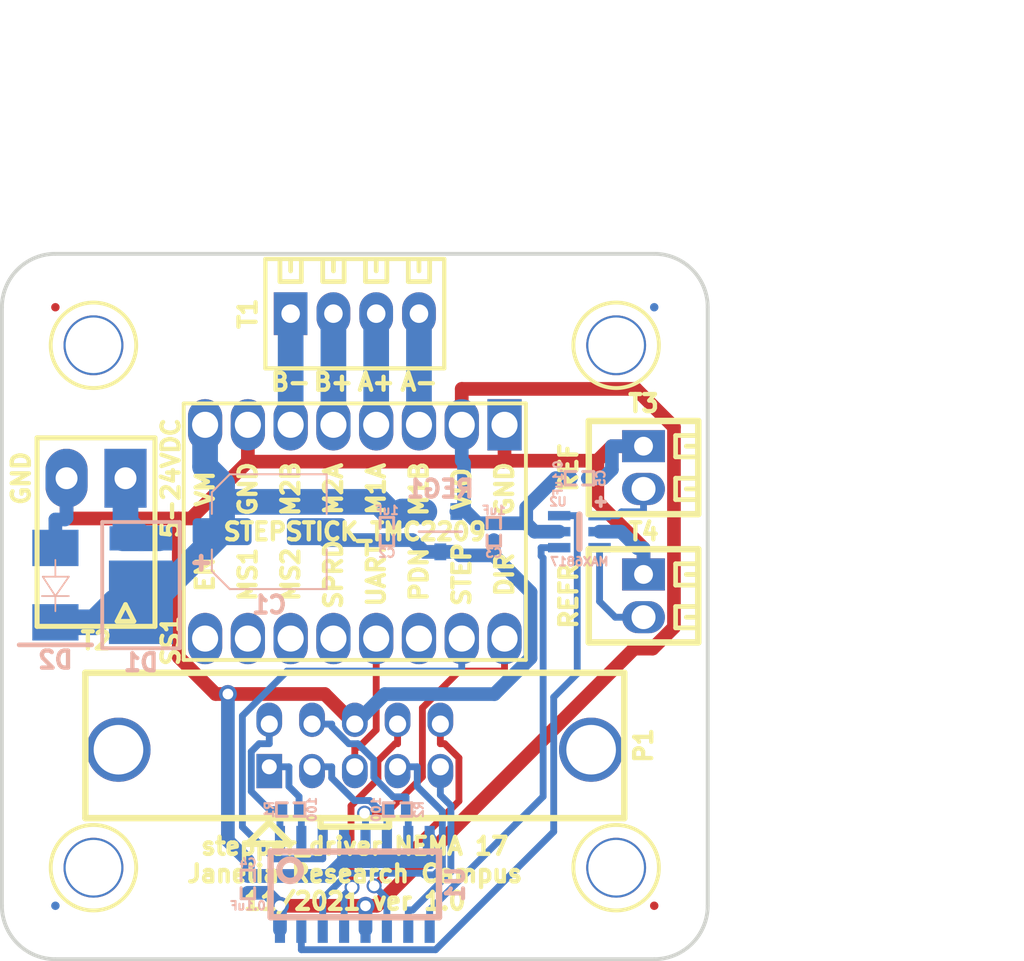
<source format=kicad_pcb>
(kicad_pcb (version 20171130) (host pcbnew 5.1.10)

  (general
    (thickness 1.6)
    (drawings 21)
    (tracks 228)
    (zones 0)
    (modules 26)
    (nets 24)
  )

  (page A4)
  (title_block
    (title stepper_driver)
    (rev 1.0)
    (company Janelia)
  )

  (layers
    (0 F.Cu signal)
    (31 B.Cu signal)
    (32 B.Adhes user hide)
    (33 F.Adhes user hide)
    (34 B.Paste user)
    (35 F.Paste user)
    (36 B.SilkS user)
    (37 F.SilkS user)
    (38 B.Mask user)
    (39 F.Mask user)
    (40 Dwgs.User user)
    (41 Cmts.User user hide)
    (42 Eco1.User user hide)
    (43 Eco2.User user hide)
    (44 Edge.Cuts user)
    (45 Margin user hide)
    (46 B.CrtYd user hide)
    (47 F.CrtYd user hide)
    (48 B.Fab user hide)
    (49 F.Fab user hide)
  )

  (setup
    (last_trace_width 0.4064)
    (trace_clearance 0.1016)
    (zone_clearance 0.2032)
    (zone_45_only no)
    (trace_min 0.2)
    (via_size 0.889)
    (via_drill 0.635)
    (via_min_size 0.4)
    (via_min_drill 0.3)
    (uvia_size 0.508)
    (uvia_drill 0.127)
    (uvias_allowed no)
    (uvia_min_size 0.2)
    (uvia_min_drill 0.1)
    (edge_width 0.05)
    (segment_width 0.2)
    (pcb_text_width 0.3)
    (pcb_text_size 1.5 1.5)
    (mod_edge_width 0.2794)
    (mod_text_size 1.016 1.016)
    (mod_text_width 0.254)
    (pad_size 1.524 1.524)
    (pad_drill 0.762)
    (pad_to_mask_clearance 0)
    (aux_axis_origin 139.7 88.9)
    (visible_elements FFFFF77F)
    (pcbplotparams
      (layerselection 0x000fc_ffffffff)
      (usegerberextensions true)
      (usegerberattributes true)
      (usegerberadvancedattributes true)
      (creategerberjobfile true)
      (excludeedgelayer true)
      (linewidth 0.100000)
      (plotframeref false)
      (viasonmask false)
      (mode 1)
      (useauxorigin false)
      (hpglpennumber 1)
      (hpglpenspeed 20)
      (hpglpendiameter 15.000000)
      (psnegative false)
      (psa4output false)
      (plotreference true)
      (plotvalue true)
      (plotinvisibletext false)
      (padsonsilk false)
      (subtractmaskfromsilk true)
      (outputformat 1)
      (mirror false)
      (drillshape 0)
      (scaleselection 1)
      (outputdirectory "./gerbers"))
  )

  (net 0 "")
  (net 1 /GND)
  (net 2 /A-)
  (net 3 /A+)
  (net 4 /B+)
  (net 5 /B-)
  (net 6 /VCC)
  (net 7 /VDD)
  (net 8 /VAA)
  (net 9 /STEP_A)
  (net 10 /STEP_B)
  (net 11 /DIR_A)
  (net 12 /DIR_B)
  (net 13 /UART)
  (net 14 /REF_A)
  (net 15 /REF_B)
  (net 16 /REFR_A)
  (net 17 /REFR_B)
  (net 18 /STEP)
  (net 19 /DIR)
  (net 20 /REF)
  (net 21 /REFR)
  (net 22 /REFR_D)
  (net 23 /REF_D)

  (net_class Default "This is the default net class."
    (clearance 0.1016)
    (trace_width 0.4064)
    (via_dia 0.889)
    (via_drill 0.635)
    (uvia_dia 0.508)
    (uvia_drill 0.127)
    (diff_pair_width 0.254)
    (diff_pair_gap 0.254)
  )

  (net_class GROUND ""
    (clearance 0.1016)
    (trace_width 0.8128)
    (via_dia 1.0668)
    (via_drill 0.635)
    (uvia_dia 0.508)
    (uvia_drill 0.127)
    (diff_pair_width 0.254)
    (diff_pair_gap 0.254)
    (add_net /GND)
  )

  (net_class POWER ""
    (clearance 0.1016)
    (trace_width 0.8128)
    (via_dia 1.0668)
    (via_drill 0.635)
    (uvia_dia 0.508)
    (uvia_drill 0.127)
    (diff_pair_width 0.254)
    (diff_pair_gap 0.254)
    (add_net /VDD)
  )

  (net_class SENSE ""
    (clearance 0.2032)
    (trace_width 0.8128)
    (via_dia 1.0668)
    (via_drill 0.635)
    (uvia_dia 0.508)
    (uvia_drill 0.127)
    (diff_pair_width 0.254)
    (diff_pair_gap 0.254)
  )

  (net_class SIGNAL ""
    (clearance 0.1016)
    (trace_width 0.4064)
    (via_dia 0.889)
    (via_drill 0.635)
    (uvia_dia 0.508)
    (uvia_drill 0.127)
    (diff_pair_width 0.254)
    (diff_pair_gap 0.254)
    (add_net /DIR)
    (add_net /DIR_A)
    (add_net /DIR_B)
    (add_net /REF)
    (add_net /REFR)
    (add_net /REFR_A)
    (add_net /REFR_B)
    (add_net /REFR_D)
    (add_net /REF_A)
    (add_net /REF_B)
    (add_net /REF_D)
    (add_net /STEP)
    (add_net /STEP_A)
    (add_net /STEP_B)
    (add_net /UART)
  )

  (net_class THICKPOWER ""
    (clearance 0.2032)
    (trace_width 1.524)
    (via_dia 1.524)
    (via_drill 0.635)
    (uvia_dia 0.508)
    (uvia_drill 0.127)
    (diff_pair_width 0.254)
    (diff_pair_gap 0.254)
    (add_net /A+)
    (add_net /A-)
    (add_net /B+)
    (add_net /B-)
    (add_net /VAA)
    (add_net /VCC)
  )

  (net_class THICKSIGNAL ""
    (clearance 0.2032)
    (trace_width 0.6096)
    (via_dia 0.9144)
    (via_drill 0.635)
    (uvia_dia 0.508)
    (uvia_drill 0.127)
    (diff_pair_width 0.254)
    (diff_pair_gap 0.254)
  )

  (module stepper_driver:TERM_BLK_4_PIN_0.1_PITCH (layer F.Cu) (tedit 6180401F) (tstamp 6171C3C1)
    (at 139.7 71.501)
    (path /6172AC1B)
    (fp_text reference T1 (at -6.35 0 90) (layer F.SilkS)
      (effects (font (size 1.016 1.016) (thickness 0.254)))
    )
    (fp_text value TERM_BLK_4_PIN (at 0 4.445) (layer F.SilkS) hide
      (effects (font (size 0.762 0.762) (thickness 0.1905)))
    )
    (fp_line (start 3.81 -2.54) (end 3.81 -3.175) (layer F.SilkS) (width 0.2794))
    (fp_line (start 1.27 -2.54) (end 1.27 -3.175) (layer F.SilkS) (width 0.2794))
    (fp_line (start -1.27 -2.54) (end -1.27 -3.175) (layer F.SilkS) (width 0.2794))
    (fp_line (start -3.81 -2.54) (end -3.81 -3.175) (layer F.SilkS) (width 0.2794))
    (fp_line (start 4.445 -1.905) (end 4.445 -3.175) (layer F.SilkS) (width 0.2794))
    (fp_line (start 3.175 -1.905) (end 4.445 -1.905) (layer F.SilkS) (width 0.2794))
    (fp_line (start 3.175 -3.175) (end 3.175 -1.905) (layer F.SilkS) (width 0.2794))
    (fp_line (start 1.905 -1.905) (end 1.905 -3.175) (layer F.SilkS) (width 0.2794))
    (fp_line (start 0.635 -1.905) (end 1.905 -1.905) (layer F.SilkS) (width 0.2794))
    (fp_line (start 0.635 -3.175) (end 0.635 -1.905) (layer F.SilkS) (width 0.2794))
    (fp_line (start -0.635 -1.905) (end -0.635 -3.175) (layer F.SilkS) (width 0.2794))
    (fp_line (start -1.905 -1.905) (end -0.635 -1.905) (layer F.SilkS) (width 0.2794))
    (fp_line (start -1.905 -3.175) (end -1.905 -1.905) (layer F.SilkS) (width 0.2794))
    (fp_line (start -3.175 -1.905) (end -3.175 -3.175) (layer F.SilkS) (width 0.2794))
    (fp_line (start -4.445 -1.905) (end -3.175 -1.905) (layer F.SilkS) (width 0.2794))
    (fp_line (start -4.445 -3.175) (end -4.445 -1.905) (layer F.SilkS) (width 0.2794))
    (fp_line (start -5.31 -3.25) (end -5.31 3.25) (layer F.SilkS) (width 0.25))
    (fp_line (start -5.31 3.25) (end 5.31 3.25) (layer F.SilkS) (width 0.25))
    (fp_line (start 5.31 -3.25) (end 5.31 3.25) (layer F.SilkS) (width 0.25))
    (fp_line (start -5.31 -3.25) (end 5.31 -3.25) (layer F.SilkS) (width 0.25))
    (pad 4 thru_hole oval (at 3.81 0) (size 2 2.54) (drill 1.1) (layers *.Cu *.Mask)
      (net 2 /A-))
    (pad 3 thru_hole oval (at 1.27 0) (size 2 2.54) (drill 1.1) (layers *.Cu *.Mask)
      (net 3 /A+))
    (pad 2 thru_hole oval (at -1.27 0) (size 2 2.54) (drill 1.1) (layers *.Cu *.Mask)
      (net 4 /B+))
    (pad 1 thru_hole rect (at -3.81 0) (size 2 2.54) (drill 1.1) (layers *.Cu *.Mask)
      (net 5 /B-))
  )

  (module stepper_driver:TERM_BLK_2_PIN_0.1_PITCH (layer F.Cu) (tedit 61803EE4) (tstamp 6178535F)
    (at 156.845 80.645 270)
    (path /61792CC9)
    (fp_text reference T3 (at -3.81 0) (layer F.SilkS)
      (effects (font (size 1.016 1.016) (thickness 0.254)))
    )
    (fp_text value TERM_BLK_2_PIN (at 0 4.445 270) (layer F.SilkS) hide
      (effects (font (size 0.762 0.762) (thickness 0.1905)))
    )
    (fp_line (start -1.27 -2.54) (end -1.27 -3.175) (layer F.SilkS) (width 0.2794))
    (fp_line (start 1.27 -2.54) (end 1.27 -3.175) (layer F.SilkS) (width 0.2794))
    (fp_line (start 1.905 -1.905) (end 1.905 -3.175) (layer F.SilkS) (width 0.2794))
    (fp_line (start 0.635 -1.905) (end 1.905 -1.905) (layer F.SilkS) (width 0.2794))
    (fp_line (start 0.635 -3.175) (end 0.635 -1.905) (layer F.SilkS) (width 0.2794))
    (fp_line (start -0.635 -1.905) (end -0.635 -3.175) (layer F.SilkS) (width 0.2794))
    (fp_line (start -1.905 -1.905) (end -0.635 -1.905) (layer F.SilkS) (width 0.2794))
    (fp_line (start -1.905 -3.175) (end -1.905 -1.905) (layer F.SilkS) (width 0.2794))
    (fp_line (start -2.7686 -3.2512) (end -2.7686 3.2512) (layer F.SilkS) (width 0.381))
    (fp_line (start -2.7686 3.2512) (end 2.7686 3.2512) (layer F.SilkS) (width 0.381))
    (fp_line (start 2.7686 -3.2512) (end 2.7686 3.2512) (layer F.SilkS) (width 0.381))
    (fp_line (start -2.7686 -3.2512) (end 2.7686 -3.2512) (layer F.SilkS) (width 0.381))
    (pad 2 thru_hole oval (at 1.27 0 270) (size 1.905 2.54) (drill 1.4224) (layers *.Cu *.Mask)
      (net 20 /REF))
    (pad 1 thru_hole rect (at -1.27 0 270) (size 1.905 2.54) (drill 1.1176) (layers *.Cu *.Mask)
      (net 1 /GND))
  )

  (module stepper_driver:TERM_BLK_2_PIN_0.1_PITCH (layer F.Cu) (tedit 61803EE4) (tstamp 61785369)
    (at 156.845 88.265 270)
    (path /61794B89)
    (fp_text reference T4 (at -3.81 0) (layer F.SilkS)
      (effects (font (size 1.016 1.016) (thickness 0.254)))
    )
    (fp_text value TERM_BLK_2_PIN (at 0 4.445 270) (layer F.SilkS) hide
      (effects (font (size 0.762 0.762) (thickness 0.1905)))
    )
    (fp_line (start -1.27 -2.54) (end -1.27 -3.175) (layer F.SilkS) (width 0.2794))
    (fp_line (start 1.27 -2.54) (end 1.27 -3.175) (layer F.SilkS) (width 0.2794))
    (fp_line (start 1.905 -1.905) (end 1.905 -3.175) (layer F.SilkS) (width 0.2794))
    (fp_line (start 0.635 -1.905) (end 1.905 -1.905) (layer F.SilkS) (width 0.2794))
    (fp_line (start 0.635 -3.175) (end 0.635 -1.905) (layer F.SilkS) (width 0.2794))
    (fp_line (start -0.635 -1.905) (end -0.635 -3.175) (layer F.SilkS) (width 0.2794))
    (fp_line (start -1.905 -1.905) (end -0.635 -1.905) (layer F.SilkS) (width 0.2794))
    (fp_line (start -1.905 -3.175) (end -1.905 -1.905) (layer F.SilkS) (width 0.2794))
    (fp_line (start -2.7686 -3.2512) (end -2.7686 3.2512) (layer F.SilkS) (width 0.381))
    (fp_line (start -2.7686 3.2512) (end 2.7686 3.2512) (layer F.SilkS) (width 0.381))
    (fp_line (start 2.7686 -3.2512) (end 2.7686 3.2512) (layer F.SilkS) (width 0.381))
    (fp_line (start -2.7686 -3.2512) (end 2.7686 -3.2512) (layer F.SilkS) (width 0.381))
    (pad 2 thru_hole oval (at 1.27 0 270) (size 1.905 2.54) (drill 1.4224) (layers *.Cu *.Mask)
      (net 21 /REFR))
    (pad 1 thru_hole rect (at -1.27 0 270) (size 1.905 2.54) (drill 1.1176) (layers *.Cu *.Mask)
      (net 1 /GND))
  )

  (module stepper_driver:SOIC_16_0.154IN (layer B.Cu) (tedit 61803D89) (tstamp 617C48A3)
    (at 139.7 105.41 270)
    (path /617DCD13)
    (fp_text reference U1 (at 0 -5.969 90) (layer B.SilkS)
      (effects (font (size 1.016 1.016) (thickness 0.254)) (justify mirror))
    )
    (fp_text value SN65LVDM050QDRQ1 (at 0 0.635 180) (layer B.SilkS) hide
      (effects (font (size 1.016 1.016) (thickness 0.254)) (justify mirror))
    )
    (fp_line (start 1.95 5) (end -1.95 5) (layer B.SilkS) (width 0.381))
    (fp_line (start 1.95 -5) (end 1.95 5) (layer B.SilkS) (width 0.381))
    (fp_line (start -1.95 -5) (end 1.95 -5) (layer B.SilkS) (width 0.381))
    (fp_line (start -1.95 5) (end -1.95 -5) (layer B.SilkS) (width 0.381))
    (fp_circle (center -0.84 3.845) (end -0.84 4.48) (layer B.SilkS) (width 0.381))
    (pad 16 smd rect (at 2.7 4.445 270) (size 1.55 0.6) (layers B.Cu B.Paste B.Mask)
      (net 7 /VDD) (solder_mask_margin 0.07) (clearance 0.07))
    (pad 15 smd rect (at 2.7 3.175 270) (size 1.55 0.6) (layers B.Cu B.Paste B.Mask)
      (net 23 /REF_D) (solder_mask_margin 0.07) (clearance 0.07))
    (pad 14 smd rect (at 2.7 1.905 270) (size 1.55 0.6) (layers B.Cu B.Paste B.Mask)
      (net 14 /REF_A) (solder_mask_margin 0.07) (clearance 0.07))
    (pad 13 smd rect (at 2.7 0.635 270) (size 1.55 0.6) (layers B.Cu B.Paste B.Mask)
      (net 15 /REF_B) (solder_mask_margin 0.07) (clearance 0.07))
    (pad 12 smd rect (at 2.7 -0.635 270) (size 1.55 0.6) (layers B.Cu B.Paste B.Mask)
      (net 7 /VDD) (solder_mask_margin 0.07) (clearance 0.07))
    (pad 11 smd rect (at 2.7 -1.905 270) (size 1.55 0.6) (layers B.Cu B.Paste B.Mask)
      (net 17 /REFR_B) (solder_mask_margin 0.07) (clearance 0.07))
    (pad 10 smd rect (at 2.7 -3.175 270) (size 1.55 0.6) (layers B.Cu B.Paste B.Mask)
      (net 16 /REFR_A) (solder_mask_margin 0.07) (clearance 0.07))
    (pad 9 smd rect (at 2.7 -4.445 270) (size 1.55 0.6) (layers B.Cu B.Paste B.Mask)
      (net 22 /REFR_D) (solder_mask_margin 0.07) (clearance 0.07))
    (pad 8 smd rect (at -2.7 -4.445 270) (size 1.55 0.6) (layers B.Cu B.Paste B.Mask)
      (net 1 /GND) (solder_mask_margin 0.07) (clearance 0.07))
    (pad 7 smd rect (at -2.7 -3.175 270) (size 1.55 0.6) (layers B.Cu B.Paste B.Mask)
      (net 12 /DIR_B) (solder_mask_margin 0.07) (clearance 0.07))
    (pad 6 smd rect (at -2.7 -1.905 270) (size 1.55 0.6) (layers B.Cu B.Paste B.Mask)
      (net 11 /DIR_A) (solder_mask_margin 0.07) (clearance 0.07))
    (pad 5 smd rect (at -2.7 -0.635 270) (size 1.55 0.6) (layers B.Cu B.Paste B.Mask)
      (net 19 /DIR) (solder_mask_margin 0.07) (clearance 0.07))
    (pad 4 smd rect (at -2.7 0.635 270) (size 1.55 0.6) (layers B.Cu B.Paste B.Mask)
      (net 1 /GND) (solder_mask_margin 0.07) (clearance 0.07))
    (pad 3 smd rect (at -2.7 1.905 270) (size 1.55 0.6) (layers B.Cu B.Paste B.Mask)
      (net 18 /STEP) (solder_mask_margin 0.07) (clearance 0.07))
    (pad 2 smd rect (at -2.7 3.175 270) (size 1.55 0.6) (layers B.Cu B.Paste B.Mask)
      (net 9 /STEP_A) (solder_mask_margin 0.07) (clearance 0.07))
    (pad 1 smd rect (at -2.7 4.445 270) (size 1.55 0.6) (layers B.Cu B.Paste B.Mask)
      (net 10 /STEP_B) (solder_mask_margin 0.07) (clearance 0.07))
  )

  (module stepper_driver:SM0402 (layer B.Cu) (tedit 61803D1B) (tstamp 617C4809)
    (at 141.605 84.455 180)
    (tags "CMS SM")
    (path /617B98A7)
    (attr smd)
    (fp_text reference C2 (at 0 -1.27 180) (layer B.SilkS)
      (effects (font (size 0.508 0.508) (thickness 0.127)) (justify mirror))
    )
    (fp_text value 1uF (at 0 1.27 180) (layer B.SilkS)
      (effects (font (size 0.508 0.508) (thickness 0.127)) (justify mirror))
    )
    (fp_line (start -0.4 -0.85) (end -0.4 -0.2) (layer B.SilkS) (width 0.1778))
    (fp_line (start 0.4 -0.85) (end -0.4 -0.85) (layer B.SilkS) (width 0.1778))
    (fp_line (start 0.4 -0.2) (end 0.4 -0.85) (layer B.SilkS) (width 0.1778))
    (fp_line (start -0.4 0.85) (end -0.4 0.2) (layer B.SilkS) (width 0.1778))
    (fp_line (start 0.4 0.85) (end -0.4 0.85) (layer B.SilkS) (width 0.1778))
    (fp_line (start 0.4 0.2) (end 0.4 0.85) (layer B.SilkS) (width 0.1778))
    (pad 2 smd rect (at 0 -0.5 270) (size 0.6 0.7) (layers B.Cu B.Paste B.Mask)
      (net 1 /GND))
    (pad 1 smd rect (at 0 0.5 270) (size 0.6 0.7) (layers B.Cu B.Paste B.Mask)
      (net 6 /VCC))
    (model smd/chip_cms.wrl
      (at (xyz 0 0 0))
      (scale (xyz 0.17 0.2 0.17))
      (rotate (xyz 0 0 0))
    )
  )

  (module stepper_driver:SM0402 (layer B.Cu) (tedit 61803D1B) (tstamp 617C4815)
    (at 147.955 84.455 180)
    (tags "CMS SM")
    (path /617BE7B5)
    (attr smd)
    (fp_text reference C3 (at 0 -1.27 180) (layer B.SilkS)
      (effects (font (size 0.508 0.508) (thickness 0.127)) (justify mirror))
    )
    (fp_text value 1uF (at 0 1.27 180) (layer B.SilkS)
      (effects (font (size 0.508 0.508) (thickness 0.127)) (justify mirror))
    )
    (fp_line (start -0.4 -0.85) (end -0.4 -0.2) (layer B.SilkS) (width 0.1778))
    (fp_line (start 0.4 -0.85) (end -0.4 -0.85) (layer B.SilkS) (width 0.1778))
    (fp_line (start 0.4 -0.2) (end 0.4 -0.85) (layer B.SilkS) (width 0.1778))
    (fp_line (start -0.4 0.85) (end -0.4 0.2) (layer B.SilkS) (width 0.1778))
    (fp_line (start 0.4 0.85) (end -0.4 0.85) (layer B.SilkS) (width 0.1778))
    (fp_line (start 0.4 0.2) (end 0.4 0.85) (layer B.SilkS) (width 0.1778))
    (pad 2 smd rect (at 0 -0.5 270) (size 0.6 0.7) (layers B.Cu B.Paste B.Mask)
      (net 1 /GND))
    (pad 1 smd rect (at 0 0.5 270) (size 0.6 0.7) (layers B.Cu B.Paste B.Mask)
      (net 7 /VDD))
    (model smd/chip_cms.wrl
      (at (xyz 0 0 0))
      (scale (xyz 0.17 0.2 0.17))
      (rotate (xyz 0 0 0))
    )
  )

  (module stepper_driver:SM0402 (layer B.Cu) (tedit 61803D1B) (tstamp 617C4821)
    (at 133.35 105.41)
    (tags "CMS SM")
    (path /6180188E)
    (attr smd)
    (fp_text reference C4 (at 0 -1.27 -180) (layer B.SilkS)
      (effects (font (size 0.508 0.508) (thickness 0.127)) (justify mirror))
    )
    (fp_text value 0.1uF (at 0 1.27 -180) (layer B.SilkS)
      (effects (font (size 0.508 0.508) (thickness 0.127)) (justify mirror))
    )
    (fp_line (start -0.4 -0.85) (end -0.4 -0.2) (layer B.SilkS) (width 0.1778))
    (fp_line (start 0.4 -0.85) (end -0.4 -0.85) (layer B.SilkS) (width 0.1778))
    (fp_line (start 0.4 -0.2) (end 0.4 -0.85) (layer B.SilkS) (width 0.1778))
    (fp_line (start -0.4 0.85) (end -0.4 0.2) (layer B.SilkS) (width 0.1778))
    (fp_line (start 0.4 0.85) (end -0.4 0.85) (layer B.SilkS) (width 0.1778))
    (fp_line (start 0.4 0.2) (end 0.4 0.85) (layer B.SilkS) (width 0.1778))
    (pad 2 smd rect (at 0 -0.5 90) (size 0.6 0.7) (layers B.Cu B.Paste B.Mask)
      (net 1 /GND))
    (pad 1 smd rect (at 0 0.5 90) (size 0.6 0.7) (layers B.Cu B.Paste B.Mask)
      (net 7 /VDD))
    (model smd/chip_cms.wrl
      (at (xyz 0 0 0))
      (scale (xyz 0.17 0.2 0.17))
      (rotate (xyz 0 0 0))
    )
  )

  (module stepper_driver:SM0402 (layer B.Cu) (tedit 61803D1B) (tstamp 617C482D)
    (at 153.035 81.28 270)
    (tags "CMS SM")
    (path /6180D67F)
    (attr smd)
    (fp_text reference C5 (at 0 -1.27 270) (layer B.SilkS)
      (effects (font (size 0.508 0.508) (thickness 0.127)) (justify mirror))
    )
    (fp_text value 0.1uF (at 0 1.27 270) (layer B.SilkS)
      (effects (font (size 0.508 0.508) (thickness 0.127)) (justify mirror))
    )
    (fp_line (start -0.4 -0.85) (end -0.4 -0.2) (layer B.SilkS) (width 0.1778))
    (fp_line (start 0.4 -0.85) (end -0.4 -0.85) (layer B.SilkS) (width 0.1778))
    (fp_line (start 0.4 -0.2) (end 0.4 -0.85) (layer B.SilkS) (width 0.1778))
    (fp_line (start -0.4 0.85) (end -0.4 0.2) (layer B.SilkS) (width 0.1778))
    (fp_line (start 0.4 0.85) (end -0.4 0.85) (layer B.SilkS) (width 0.1778))
    (fp_line (start 0.4 0.2) (end 0.4 0.85) (layer B.SilkS) (width 0.1778))
    (pad 2 smd rect (at 0 -0.5) (size 0.6 0.7) (layers B.Cu B.Paste B.Mask)
      (net 1 /GND))
    (pad 1 smd rect (at 0 0.5) (size 0.6 0.7) (layers B.Cu B.Paste B.Mask)
      (net 7 /VDD))
    (model smd/chip_cms.wrl
      (at (xyz 0 0 0))
      (scale (xyz 0.17 0.2 0.17))
      (rotate (xyz 0 0 0))
    )
  )

  (module stepper_driver:SM0402 (layer B.Cu) (tedit 61803D1B) (tstamp 617C4876)
    (at 135.89 100.965 90)
    (tags "CMS SM")
    (path /617E8109)
    (attr smd)
    (fp_text reference R1 (at 0 -1.27 -90) (layer B.SilkS)
      (effects (font (size 0.508 0.508) (thickness 0.127)) (justify mirror))
    )
    (fp_text value 100 (at 0 1.27 -90) (layer B.SilkS)
      (effects (font (size 0.508 0.508) (thickness 0.127)) (justify mirror))
    )
    (fp_line (start -0.4 -0.85) (end -0.4 -0.2) (layer B.SilkS) (width 0.1778))
    (fp_line (start 0.4 -0.85) (end -0.4 -0.85) (layer B.SilkS) (width 0.1778))
    (fp_line (start 0.4 -0.2) (end 0.4 -0.85) (layer B.SilkS) (width 0.1778))
    (fp_line (start -0.4 0.85) (end -0.4 0.2) (layer B.SilkS) (width 0.1778))
    (fp_line (start 0.4 0.85) (end -0.4 0.85) (layer B.SilkS) (width 0.1778))
    (fp_line (start 0.4 0.2) (end 0.4 0.85) (layer B.SilkS) (width 0.1778))
    (pad 2 smd rect (at 0 -0.5 180) (size 0.6 0.7) (layers B.Cu B.Paste B.Mask)
      (net 10 /STEP_B))
    (pad 1 smd rect (at 0 0.5 180) (size 0.6 0.7) (layers B.Cu B.Paste B.Mask)
      (net 9 /STEP_A))
    (model smd/chip_cms.wrl
      (at (xyz 0 0 0))
      (scale (xyz 0.17 0.2 0.17))
      (rotate (xyz 0 0 0))
    )
  )

  (module stepper_driver:SM0402 (layer B.Cu) (tedit 61803D1B) (tstamp 617C4882)
    (at 142.24 100.965 270)
    (tags "CMS SM")
    (path /617ED31B)
    (attr smd)
    (fp_text reference R2 (at 0 -1.27 270) (layer B.SilkS)
      (effects (font (size 0.508 0.508) (thickness 0.127)) (justify mirror))
    )
    (fp_text value 100 (at 0 1.27 270) (layer B.SilkS)
      (effects (font (size 0.508 0.508) (thickness 0.127)) (justify mirror))
    )
    (fp_line (start -0.4 -0.85) (end -0.4 -0.2) (layer B.SilkS) (width 0.1778))
    (fp_line (start 0.4 -0.85) (end -0.4 -0.85) (layer B.SilkS) (width 0.1778))
    (fp_line (start 0.4 -0.2) (end 0.4 -0.85) (layer B.SilkS) (width 0.1778))
    (fp_line (start -0.4 0.85) (end -0.4 0.2) (layer B.SilkS) (width 0.1778))
    (fp_line (start 0.4 0.85) (end -0.4 0.85) (layer B.SilkS) (width 0.1778))
    (fp_line (start 0.4 0.2) (end 0.4 0.85) (layer B.SilkS) (width 0.1778))
    (pad 2 smd rect (at 0 -0.5) (size 0.6 0.7) (layers B.Cu B.Paste B.Mask)
      (net 12 /DIR_B))
    (pad 1 smd rect (at 0 0.5) (size 0.6 0.7) (layers B.Cu B.Paste B.Mask)
      (net 11 /DIR_A))
    (model smd/chip_cms.wrl
      (at (xyz 0 0 0))
      (scale (xyz 0.17 0.2 0.17))
      (rotate (xyz 0 0 0))
    )
  )

  (module stepper_driver:HEADER_02x05_LATCH (layer F.Cu) (tedit 61803C0B) (tstamp 617C486A)
    (at 139.7 97.155 180)
    (path /617CC4ED)
    (fp_text reference P1 (at -17.145 0 90) (layer F.SilkS)
      (effects (font (size 1.016 1.016) (thickness 0.254)))
    )
    (fp_text value HEADER_02X05_LATCH (at 0 5.715 180) (layer F.SilkS) hide
      (effects (font (size 1.016 1.016) (thickness 0.254)))
    )
    (fp_line (start 16.002 -4.318) (end -16.002 -4.318) (layer F.SilkS) (width 0.381))
    (fp_line (start -16.002 -4.318) (end -16.002 4.318) (layer F.SilkS) (width 0.381))
    (fp_line (start -16.002 4.318) (end 16.002 4.318) (layer F.SilkS) (width 0.381))
    (fp_line (start 16.002 -4.318) (end 16.002 4.318) (layer F.SilkS) (width 0.381))
    (fp_line (start 5.08 -4.572) (end 6.35 -5.842) (layer F.SilkS) (width 0.381))
    (fp_line (start 6.35 -5.842) (end 3.81 -5.842) (layer F.SilkS) (width 0.381))
    (fp_line (start 3.81 -5.842) (end 5.08 -4.572) (layer F.SilkS) (width 0.381))
    (fp_line (start -2.032 -4.318) (end -2.032 -4.826) (layer F.SilkS) (width 0.381))
    (fp_line (start -2.032 -4.826) (end 2.032 -4.826) (layer F.SilkS) (width 0.381))
    (fp_line (start 2.032 -4.826) (end 2.032 -4.318) (layer F.SilkS) (width 0.381))
    (pad "" thru_hole circle (at -14.0335 -0.254 180) (size 3.81 3.81) (drill 2.9464) (layers *.Cu *.Mask))
    (pad "" thru_hole circle (at 14.0335 -0.254 180) (size 3.81 3.81) (drill 2.9464) (layers *.Cu *.Mask))
    (pad 10 thru_hole oval (at -5.08 1.27 180) (size 1.524 2.032) (drill 1.016 (offset 0 0.254)) (layers *.Cu *.Mask)
      (net 17 /REFR_B))
    (pad 9 thru_hole oval (at -5.08 -1.27 180) (size 1.524 2.032) (drill 1.016 (offset 0 -0.254)) (layers *.Cu *.Mask)
      (net 16 /REFR_A))
    (pad 8 thru_hole oval (at -2.54 1.27 180) (size 1.524 2.032) (drill 1.016 (offset 0 0.254)) (layers *.Cu *.Mask)
      (net 15 /REF_B))
    (pad 7 thru_hole oval (at -2.54 -1.27 180) (size 1.524 2.032) (drill 1.016 (offset 0 -0.254)) (layers *.Cu *.Mask)
      (net 14 /REF_A))
    (pad 6 thru_hole oval (at 0 1.27 180) (size 1.524 2.032) (drill 1.016 (offset 0 0.254)) (layers *.Cu *.Mask)
      (net 1 /GND))
    (pad 5 thru_hole oval (at 0 -1.27 180) (size 1.524 2.032) (drill 1.016 (offset 0 -0.254)) (layers *.Cu *.Mask)
      (net 13 /UART))
    (pad 4 thru_hole oval (at 2.54 1.27 180) (size 1.524 2.032) (drill 1.016 (offset 0 0.254)) (layers *.Cu *.Mask)
      (net 12 /DIR_B))
    (pad 3 thru_hole oval (at 2.54 -1.27 180) (size 1.524 2.032) (drill 1.016 (offset 0 -0.254)) (layers *.Cu *.Mask)
      (net 11 /DIR_A))
    (pad 2 thru_hole oval (at 5.08 1.27 180) (size 1.524 2.032) (drill 1.016 (offset 0 0.254)) (layers *.Cu *.Mask)
      (net 10 /STEP_B))
    (pad 1 thru_hole rect (at 5.08 -1.27 180) (size 1.524 2.032) (drill 0.889 (offset 0 -0.254)) (layers *.Cu *.Mask)
      (net 9 /STEP_A))
  )

  (module stepper_driver:D_SMB_LITTELFUSE (layer B.Cu) (tedit 61803B5D) (tstamp 617C4850)
    (at 121.92 87.63 90)
    (descr "Diode SMB (DO-214AA)")
    (tags "Diode SMB (DO-214AA)")
    (path /617A4BE6)
    (attr smd)
    (fp_text reference D2 (at -4.445 0 180) (layer B.SilkS)
      (effects (font (size 1.016 1.016) (thickness 0.254)) (justify mirror))
    )
    (fp_text value DIODE_TVS_ZENER_28V (at 0 -3.1 90) (layer B.Fab)
      (effects (font (size 1 1) (thickness 0.15)) (justify mirror))
    )
    (fp_line (start -0.64944 -0.00102) (end 0.50118 0.79908) (layer B.SilkS) (width 0.1))
    (fp_line (start -0.64944 -0.00102) (end 0.50118 -0.75032) (layer B.SilkS) (width 0.1))
    (fp_line (start 0.50118 -0.75032) (end 0.50118 0.79908) (layer B.SilkS) (width 0.1))
    (fp_line (start -0.64944 0.79908) (end -0.64944 -0.80112) (layer B.SilkS) (width 0.1))
    (fp_line (start 0.50118 -0.00102) (end 1.4994 -0.00102) (layer B.SilkS) (width 0.1))
    (fp_line (start -0.64944 -0.00102) (end -1.55114 -0.00102) (layer B.SilkS) (width 0.1))
    (fp_line (start -3.65 -2.25) (end -3.65 2.25) (layer B.CrtYd) (width 0.05))
    (fp_line (start 3.65 -2.25) (end -3.65 -2.25) (layer B.CrtYd) (width 0.05))
    (fp_line (start 3.65 2.25) (end 3.65 -2.25) (layer B.CrtYd) (width 0.05))
    (fp_line (start -3.65 2.25) (end 3.65 2.25) (layer B.CrtYd) (width 0.05))
    (fp_line (start 2.3 2) (end -2.3 2) (layer B.Fab) (width 0.1))
    (fp_line (start 2.3 2) (end 2.3 -2) (layer B.Fab) (width 0.1))
    (fp_line (start -2.3 -2) (end -2.3 2) (layer B.Fab) (width 0.1))
    (fp_line (start 2.3 -2) (end -2.3 -2) (layer B.Fab) (width 0.1))
    (fp_line (start -3.55 2.15) (end -3.55 -2.15) (layer B.SilkS) (width 0.2794))
    (fp_text user %R (at 0 3 90) (layer B.Fab)
      (effects (font (size 1 1) (thickness 0.15)) (justify mirror))
    )
    (pad 2 smd rect (at 2.21 0 90) (size 2.159 2.743) (layers B.Cu B.Paste B.Mask)
      (net 1 /GND))
    (pad 1 smd rect (at -2.21 0 90) (size 2.159 2.742999) (layers B.Cu B.Paste B.Mask)
      (net 6 /VCC))
    (model ${KISYS3DMOD}/Diode_SMD.3dshapes/D_SMB.wrl
      (at (xyz 0 0 0))
      (scale (xyz 1 1 1))
      (rotate (xyz 0 0 0))
    )
  )

  (module stepper_driver:CP_Elec_6.3x7.7_WURTH (layer B.Cu) (tedit 618039F3) (tstamp 617C47FD)
    (at 134.62 84.455)
    (descr "SMD capacitor, aluminum electrolytic, Nichicon, 6.3x7.7mm")
    (tags "capacitor electrolytic")
    (path /617A9522)
    (attr smd)
    (fp_text reference C1 (at 0 4.35) (layer B.SilkS)
      (effects (font (size 1.016 1.016) (thickness 0.254)) (justify mirror))
    )
    (fp_text value 100uF_POL (at 0 -4.35) (layer B.Fab)
      (effects (font (size 1 1) (thickness 0.15)) (justify mirror))
    )
    (fp_line (start -4.7 -1.05) (end -3.55 -1.05) (layer B.CrtYd) (width 0.05))
    (fp_line (start -4.7 1.05) (end -4.7 -1.05) (layer B.CrtYd) (width 0.05))
    (fp_line (start -3.55 1.05) (end -4.7 1.05) (layer B.CrtYd) (width 0.05))
    (fp_line (start -3.55 -1.05) (end -3.55 -2.4) (layer B.CrtYd) (width 0.05))
    (fp_line (start -3.55 2.4) (end -3.55 1.05) (layer B.CrtYd) (width 0.05))
    (fp_line (start -3.55 2.4) (end -2.4 3.55) (layer B.CrtYd) (width 0.05))
    (fp_line (start -3.55 -2.4) (end -2.4 -3.55) (layer B.CrtYd) (width 0.05))
    (fp_line (start -2.4 3.55) (end 3.55 3.55) (layer B.CrtYd) (width 0.05))
    (fp_line (start -2.4 -3.55) (end 3.55 -3.55) (layer B.CrtYd) (width 0.05))
    (fp_line (start 3.55 -1.05) (end 3.55 -3.55) (layer B.CrtYd) (width 0.05))
    (fp_line (start 4.7 -1.05) (end 3.55 -1.05) (layer B.CrtYd) (width 0.05))
    (fp_line (start 4.7 1.05) (end 4.7 -1.05) (layer B.CrtYd) (width 0.05))
    (fp_line (start 3.55 1.05) (end 4.7 1.05) (layer B.CrtYd) (width 0.05))
    (fp_line (start 3.55 3.55) (end 3.55 1.05) (layer B.CrtYd) (width 0.05))
    (fp_line (start -4.04375 2.24125) (end -4.04375 1.45375) (layer B.SilkS) (width 0.2794))
    (fp_line (start -4.4375 1.8475) (end -3.65 1.8475) (layer B.SilkS) (width 0.2794))
    (fp_line (start -3.41 -2.345563) (end -2.345563 -3.41) (layer B.SilkS) (width 0.12))
    (fp_line (start -3.41 2.345563) (end -2.345563 3.41) (layer B.SilkS) (width 0.12))
    (fp_line (start -3.41 2.345563) (end -3.41 1.06) (layer B.SilkS) (width 0.12))
    (fp_line (start -3.41 -2.345563) (end -3.41 -1.06) (layer B.SilkS) (width 0.12))
    (fp_line (start -2.345563 -3.41) (end 3.41 -3.41) (layer B.SilkS) (width 0.12))
    (fp_line (start -2.345563 3.41) (end 3.41 3.41) (layer B.SilkS) (width 0.12))
    (fp_line (start 3.41 3.41) (end 3.41 1.06) (layer B.SilkS) (width 0.12))
    (fp_line (start 3.41 -3.41) (end 3.41 -1.06) (layer B.SilkS) (width 0.12))
    (fp_line (start -2.389838 1.645) (end -2.389838 1.015) (layer B.Fab) (width 0.1))
    (fp_line (start -2.704838 1.33) (end -2.074838 1.33) (layer B.Fab) (width 0.1))
    (fp_line (start -3.3 -2.3) (end -2.3 -3.3) (layer B.Fab) (width 0.1))
    (fp_line (start -3.3 2.3) (end -2.3 3.3) (layer B.Fab) (width 0.1))
    (fp_line (start -3.3 2.3) (end -3.3 -2.3) (layer B.Fab) (width 0.1))
    (fp_line (start -2.3 -3.3) (end 3.3 -3.3) (layer B.Fab) (width 0.1))
    (fp_line (start -2.3 3.3) (end 3.3 3.3) (layer B.Fab) (width 0.1))
    (fp_line (start 3.3 3.3) (end 3.3 -3.3) (layer B.Fab) (width 0.1))
    (fp_circle (center 0 0) (end 3.15 0) (layer B.Fab) (width 0.1))
    (fp_text user %R (at 0 0) (layer B.Fab)
      (effects (font (size 1 1) (thickness 0.15)) (justify mirror))
    )
    (pad 2 smd roundrect (at 2.8 0) (size 3.5 1.6) (layers B.Cu B.Paste B.Mask) (roundrect_rratio 0.156)
      (net 1 /GND))
    (pad 1 smd roundrect (at -2.8 0) (size 3.5 1.6) (layers B.Cu B.Paste B.Mask) (roundrect_rratio 0.156)
      (net 6 /VCC))
    (model ${KISYS3DMOD}/Capacitor_SMD.3dshapes/CP_Elec_6.3x7.7.wrl
      (at (xyz 0 0 0))
      (scale (xyz 1 1 1))
      (rotate (xyz 0 0 0))
    )
  )

  (module stepper_driver:FIDUCIAL (layer F.Cu) (tedit 5CD5B42B) (tstamp 6171B9AA)
    (at 121.92 71.12)
    (descr "Circular Fiducial, 0.5mm bare copper top; 1mm keepout (Level C)")
    (tags marker)
    (path /5EFF6F31)
    (attr virtual)
    (fp_text reference FID1 (at 0 -1.016) (layer F.Fab)
      (effects (font (size 0.254 0.254) (thickness 0.0635)))
    )
    (fp_text value FIDUCIAL (at 0 1.016) (layer F.Fab)
      (effects (font (size 0.254 0.254) (thickness 0.0635)))
    )
    (fp_circle (center 0 0) (end 0.75 0) (layer F.CrtYd) (width 0.05))
    (fp_circle (center 0 0) (end 0.5 0) (layer F.Fab) (width 0.1))
    (fp_text user %R (at 0 0) (layer F.Fab)
      (effects (font (size 0.2 0.2) (thickness 0.04)))
    )
    (pad ~ smd circle (at 0 0) (size 0.5 0.5) (layers F.Cu F.Mask)
      (solder_mask_margin 0.25) (clearance 0.25))
  )

  (module stepper_driver:FIDUCIAL (layer B.Cu) (tedit 5CD5B42B) (tstamp 6171B9B2)
    (at 157.48 71.12)
    (descr "Circular Fiducial, 0.5mm bare copper top; 1mm keepout (Level C)")
    (tags marker)
    (path /5EFF7D26)
    (attr virtual)
    (fp_text reference FID2 (at 0 1.016) (layer B.Fab)
      (effects (font (size 0.254 0.254) (thickness 0.0635)) (justify mirror))
    )
    (fp_text value FIDUCIAL (at 0 -1.016) (layer B.Fab)
      (effects (font (size 0.254 0.254) (thickness 0.0635)) (justify mirror))
    )
    (fp_circle (center 0 0) (end 0.5 0) (layer B.Fab) (width 0.1))
    (fp_circle (center 0 0) (end 0.75 0) (layer B.CrtYd) (width 0.05))
    (fp_text user %R (at 0 0) (layer B.Fab)
      (effects (font (size 0.2 0.2) (thickness 0.04)) (justify mirror))
    )
    (pad ~ smd circle (at 0 0) (size 0.5 0.5) (layers B.Cu B.Mask)
      (solder_mask_margin 0.25) (clearance 0.25))
  )

  (module stepper_driver:FIDUCIAL (layer F.Cu) (tedit 5CD5B42B) (tstamp 6171B9BA)
    (at 157.48 106.68)
    (descr "Circular Fiducial, 0.5mm bare copper top; 1mm keepout (Level C)")
    (tags marker)
    (path /5EFF92FD)
    (attr virtual)
    (fp_text reference FID3 (at 0 -1.016) (layer F.Fab)
      (effects (font (size 0.254 0.254) (thickness 0.0635)))
    )
    (fp_text value FIDUCIAL (at 0 1.016) (layer F.Fab)
      (effects (font (size 0.254 0.254) (thickness 0.0635)))
    )
    (fp_circle (center 0 0) (end 0.75 0) (layer F.CrtYd) (width 0.05))
    (fp_circle (center 0 0) (end 0.5 0) (layer F.Fab) (width 0.1))
    (fp_text user %R (at 0 0) (layer F.Fab)
      (effects (font (size 0.2 0.2) (thickness 0.04)))
    )
    (pad ~ smd circle (at 0 0) (size 0.5 0.5) (layers F.Cu F.Mask)
      (solder_mask_margin 0.25) (clearance 0.25))
  )

  (module stepper_driver:FIDUCIAL (layer B.Cu) (tedit 5CD5B42B) (tstamp 6171B9C2)
    (at 121.92 106.68)
    (descr "Circular Fiducial, 0.5mm bare copper top; 1mm keepout (Level C)")
    (tags marker)
    (path /5EFF9307)
    (attr virtual)
    (fp_text reference FID4 (at 0 1.016) (layer B.Fab)
      (effects (font (size 0.254 0.254) (thickness 0.0635)) (justify mirror))
    )
    (fp_text value FIDUCIAL (at 0 -1.016) (layer B.Fab)
      (effects (font (size 0.254 0.254) (thickness 0.0635)) (justify mirror))
    )
    (fp_circle (center 0 0) (end 0.5 0) (layer B.Fab) (width 0.1))
    (fp_circle (center 0 0) (end 0.75 0) (layer B.CrtYd) (width 0.05))
    (fp_text user %R (at 0 0) (layer B.Fab)
      (effects (font (size 0.2 0.2) (thickness 0.04)) (justify mirror))
    )
    (pad ~ smd circle (at 0 0) (size 0.5 0.5) (layers B.Cu B.Mask)
      (solder_mask_margin 0.25) (clearance 0.25))
  )

  (module stepper_driver:MOUNTING_HOLE_4-40 (layer F.Cu) (tedit 5CD5AEA6) (tstamp 6171B9C8)
    (at 124.181 73.3806)
    (path /6171DD70)
    (fp_text reference MH1 (at 0 -3.175) (layer F.SilkS) hide
      (effects (font (size 1.524 1.524) (thickness 0.3048)))
    )
    (fp_text value MOUNTING_HOLE_4-40 (at 0 3.81) (layer F.SilkS) hide
      (effects (font (size 1.524 1.524) (thickness 0.3048)))
    )
    (fp_circle (center 0 0) (end 2.54 0) (layer F.SilkS) (width 0.2286))
    (pad 1 thru_hole circle (at 0 0) (size 3.556 3.556) (drill 3.302) (layers *.Cu *.Mask))
  )

  (module stepper_driver:MOUNTING_HOLE_4-40 (layer F.Cu) (tedit 5CD5AEA6) (tstamp 6171B9CE)
    (at 155.219 73.3806)
    (path /6171E6FB)
    (fp_text reference MH2 (at 0 -3.175) (layer F.SilkS) hide
      (effects (font (size 1.524 1.524) (thickness 0.3048)))
    )
    (fp_text value MOUNTING_HOLE_4-40 (at 0 3.81) (layer F.SilkS) hide
      (effects (font (size 1.524 1.524) (thickness 0.3048)))
    )
    (fp_circle (center 0 0) (end 2.54 0) (layer F.SilkS) (width 0.2286))
    (pad 1 thru_hole circle (at 0 0) (size 3.556 3.556) (drill 3.302) (layers *.Cu *.Mask))
  )

  (module stepper_driver:MOUNTING_HOLE_4-40 (layer F.Cu) (tedit 5CD5AEA6) (tstamp 6171B9D4)
    (at 155.219 104.419)
    (path /6171E9F1)
    (fp_text reference MH3 (at 0 -3.175) (layer F.SilkS) hide
      (effects (font (size 1.524 1.524) (thickness 0.3048)))
    )
    (fp_text value MOUNTING_HOLE_4-40 (at 0 3.81) (layer F.SilkS) hide
      (effects (font (size 1.524 1.524) (thickness 0.3048)))
    )
    (fp_circle (center 0 0) (end 2.54 0) (layer F.SilkS) (width 0.2286))
    (pad 1 thru_hole circle (at 0 0) (size 3.556 3.556) (drill 3.302) (layers *.Cu *.Mask))
  )

  (module stepper_driver:MOUNTING_HOLE_4-40 (layer F.Cu) (tedit 5CD5AEA6) (tstamp 6171B9DA)
    (at 124.181 104.419)
    (path /6171EA61)
    (fp_text reference MH4 (at 0 -3.175) (layer F.SilkS) hide
      (effects (font (size 1.524 1.524) (thickness 0.3048)))
    )
    (fp_text value MOUNTING_HOLE_4-40 (at 0 3.81) (layer F.SilkS) hide
      (effects (font (size 1.524 1.524) (thickness 0.3048)))
    )
    (fp_circle (center 0 0) (end 2.54 0) (layer F.SilkS) (width 0.2286))
    (pad 1 thru_hole circle (at 0 0) (size 3.556 3.556) (drill 3.302) (layers *.Cu *.Mask))
  )

  (module stepper_driver:STEPSTICK_TMC2209 (layer F.Cu) (tedit 617038D1) (tstamp 61802EEC)
    (at 139.7 84.455 270)
    (path /6172192F)
    (fp_text reference SS1 (at 6.477 10.922 90) (layer F.SilkS)
      (effects (font (size 1.016 1.016) (thickness 0.254)))
    )
    (fp_text value STEPSTICK_TMC2209 (at 0 0) (layer F.SilkS)
      (effects (font (size 1.016 1.016) (thickness 0.254)))
    )
    (fp_line (start -7.62 -10.16) (end -7.62 10.16) (layer F.SilkS) (width 0.2286))
    (fp_line (start -7.62 10.16) (end 7.62 10.16) (layer F.SilkS) (width 0.2286))
    (fp_line (start 7.62 10.16) (end 7.62 -10.16) (layer F.SilkS) (width 0.2286))
    (fp_line (start 7.62 -10.16) (end -7.62 -10.16) (layer F.SilkS) (width 0.2286))
    (fp_text user DIR (at 2.54 -8.89 90) (layer F.SilkS)
      (effects (font (size 1.016 1.016) (thickness 0.254)))
    )
    (fp_text user STEP (at 2.54 -6.35 90) (layer F.SilkS)
      (effects (font (size 1.016 1.016) (thickness 0.254)))
    )
    (fp_text user PDN (at 2.54 -3.81 90) (layer F.SilkS)
      (effects (font (size 1.016 1.016) (thickness 0.254)))
    )
    (fp_text user UART (at 2.54 -1.27 90) (layer F.SilkS)
      (effects (font (size 1.016 1.016) (thickness 0.254)))
    )
    (fp_text user SPRD (at 2.54 1.27 90) (layer F.SilkS)
      (effects (font (size 1.016 1.016) (thickness 0.254)))
    )
    (fp_text user MS2 (at 2.54 3.81 90) (layer F.SilkS)
      (effects (font (size 1.016 1.016) (thickness 0.254)))
    )
    (fp_text user MS1 (at 2.54 6.35 90) (layer F.SilkS)
      (effects (font (size 1.016 1.016) (thickness 0.254)))
    )
    (fp_text user EN (at 2.54 8.89 90) (layer F.SilkS)
      (effects (font (size 1.016 1.016) (thickness 0.254)))
    )
    (fp_text user VM (at -2.54 8.89 90) (layer F.SilkS)
      (effects (font (size 1.016 1.016) (thickness 0.254)))
    )
    (fp_text user GND (at -2.54 6.35 90) (layer F.SilkS)
      (effects (font (size 1.016 1.016) (thickness 0.254)))
    )
    (fp_text user M2B (at -2.54 3.81 90) (layer F.SilkS)
      (effects (font (size 1.016 1.016) (thickness 0.254)))
    )
    (fp_text user M2A (at -2.54 1.27 90) (layer F.SilkS)
      (effects (font (size 1.016 1.016) (thickness 0.254)))
    )
    (fp_text user M1A (at -2.54 -1.27 90) (layer F.SilkS)
      (effects (font (size 1.016 1.016) (thickness 0.254)))
    )
    (fp_text user M1B (at -2.54 -3.81 90) (layer F.SilkS)
      (effects (font (size 1.016 1.016) (thickness 0.254)))
    )
    (fp_text user VIO (at -2.54 -6.35 90) (layer F.SilkS)
      (effects (font (size 1.016 1.016) (thickness 0.254)))
    )
    (fp_text user GND (at -2.54 -8.89 90) (layer F.SilkS)
      (effects (font (size 1.016 1.016) (thickness 0.254)))
    )
    (pad 1 thru_hole rect (at -6.35 -8.89 270) (size 3.048 2.032) (drill 1.5494) (layers *.Cu *.Mask)
      (net 1 /GND))
    (pad 2 thru_hole oval (at -6.35 -6.35 270) (size 3.048 2.032) (drill 1.5494) (layers *.Cu *.Mask)
      (net 7 /VDD))
    (pad 3 thru_hole oval (at -6.35 -3.81 270) (size 3.048 2.032) (drill 1.5494) (layers *.Cu *.Mask)
      (net 2 /A-))
    (pad 4 thru_hole oval (at -6.35 -1.27 270) (size 3.048 2.032) (drill 1.5494) (layers *.Cu *.Mask)
      (net 3 /A+))
    (pad 5 thru_hole oval (at -6.35 1.27 270) (size 3.048 2.032) (drill 1.5494) (layers *.Cu *.Mask)
      (net 4 /B+))
    (pad 6 thru_hole oval (at -6.35 3.81 270) (size 3.048 2.032) (drill 1.5494) (layers *.Cu *.Mask)
      (net 5 /B-))
    (pad 7 thru_hole oval (at -6.35 6.35 270) (size 3.048 2.032) (drill 1.5494) (layers *.Cu *.Mask)
      (net 1 /GND))
    (pad 8 thru_hole oval (at -6.35 8.89 270) (size 3.048 2.032) (drill 1.5494) (layers *.Cu *.Mask)
      (net 6 /VCC))
    (pad 16 thru_hole oval (at 6.35 8.89 270) (size 3.048 2.032) (drill 1.5494) (layers *.Cu *.Mask))
    (pad 15 thru_hole oval (at 6.35 6.35 270) (size 3.048 2.032) (drill 1.5494) (layers *.Cu *.Mask))
    (pad 14 thru_hole oval (at 6.35 3.81 270) (size 3.048 2.032) (drill 1.5494) (layers *.Cu *.Mask))
    (pad 13 thru_hole oval (at 6.35 1.27 270) (size 3.048 2.032) (drill 1.5494) (layers *.Cu *.Mask))
    (pad 12 thru_hole oval (at 6.35 -1.27 270) (size 3.048 2.032) (drill 1.5494) (layers *.Cu *.Mask)
      (net 13 /UART))
    (pad 11 thru_hole oval (at 6.35 -3.81 270) (size 3.048 2.032) (drill 1.5494) (layers *.Cu *.Mask))
    (pad 10 thru_hole oval (at 6.35 -6.35 270) (size 3.048 2.032) (drill 1.5494) (layers *.Cu *.Mask)
      (net 18 /STEP))
    (pad 9 thru_hole oval (at 6.35 -8.89 270) (size 3.048 2.032) (drill 1.5494) (layers *.Cu *.Mask)
      (net 19 /DIR))
  )

  (module stepper_driver:TERM_BLK_ANG_2_PIN_3.5MM_PITCH (layer F.Cu) (tedit 60C8CA57) (tstamp 61784EE7)
    (at 124.333 81.28 180)
    (path /6178BDEE)
    (fp_text reference T2 (at 0 -9.652) (layer F.SilkS)
      (effects (font (size 1.016 1.016) (thickness 0.254)))
    )
    (fp_text value TERM_BLK_ANG_2_PIN_3.5MM_PITCH (at 0 3.175 180) (layer F.SilkS) hide
      (effects (font (size 0.508 0.508) (thickness 0.127)))
    )
    (fp_line (start -1.75 -7.5) (end -2.25 -8.5) (layer F.SilkS) (width 0.2794))
    (fp_line (start -1.25 -8.5) (end -1.75 -7.5) (layer F.SilkS) (width 0.2794))
    (fp_line (start -2.25 -8.5) (end -1.25 -8.5) (layer F.SilkS) (width 0.2794))
    (fp_line (start -3.5 -8.8) (end 3.5 -8.8) (layer F.SilkS) (width 0.3))
    (fp_line (start 3.5 -8.8) (end 3.5 2.4) (layer F.SilkS) (width 0.3))
    (fp_line (start -3.5 2.4) (end 3.5 2.4) (layer F.SilkS) (width 0.3))
    (fp_line (start -3.5 -8.8) (end -3.5 2.4) (layer F.SilkS) (width 0.3))
    (pad 1 thru_hole rect (at -1.75 0 180) (size 2.5 3.5) (drill 1.3) (layers *.Cu *.Mask)
      (net 8 /VAA))
    (pad 2 thru_hole oval (at 1.75 0 180) (size 2.5 3.5) (drill 1.3) (layers *.Cu *.Mask)
      (net 1 /GND))
  )

  (module stepper_driver:CFP15 (layer B.Cu) (tedit 5F26DD91) (tstamp 617C4838)
    (at 127 87.63 180)
    (path /6179A861)
    (fp_text reference D1 (at 0 -4.6) (layer B.SilkS)
      (effects (font (size 1.016 1.016) (thickness 0.254)) (justify mirror))
    )
    (fp_text value DIODE_SCHOTTKY_45V_10A (at 0 4.5) (layer B.Fab)
      (effects (font (size 1.016 1.016) (thickness 0.254)) (justify mirror))
    )
    (fp_line (start -2.3 3.75) (end 2.3 3.75) (layer B.SilkS) (width 0.2286))
    (fp_line (start 2.3 3.75) (end 2.3 -3.75) (layer B.SilkS) (width 0.2286))
    (fp_line (start 2.3 -3.75) (end -2.3 -3.75) (layer B.SilkS) (width 0.2286))
    (fp_line (start -2.3 -3.75) (end -2.3 3.75) (layer B.SilkS) (width 0.2286))
    (pad 1 smd rect (at 0 -1.02 180) (size 3.8 4.96) (layers B.Cu B.Paste B.Mask)
      (net 6 /VCC))
    (pad 2 smd rect (at -1.065 2.78 180) (size 1.6 1.44) (layers B.Cu B.Paste B.Mask)
      (net 8 /VAA))
    (pad 2 smd rect (at 1.065 2.78 180) (size 1.6 1.44) (layers B.Cu B.Paste B.Mask)
      (net 8 /VAA))
  )

  (module stepper_driver:SOT-23-3 (layer B.Cu) (tedit 553A8B03) (tstamp 617C488A)
    (at 144.78 84.455)
    (path /617B0B9E)
    (fp_text reference REG1 (at 0 -2.54) (layer B.SilkS)
      (effects (font (size 1.016 1.016) (thickness 0.254)) (justify mirror))
    )
    (fp_text value CONV_DC_DC_3.3V_100MA (at 0 2.286) (layer B.SilkS) hide
      (effects (font (size 1.016 1.016) (thickness 0.1016)) (justify mirror))
    )
    (fp_line (start -1.27 0) (end 1.27 0) (layer B.SilkS) (width 0.15))
    (pad 1 smd rect (at -0.94996 -1.19888) (size 0.70104 1.00076) (layers B.Cu B.Mask)
      (net 6 /VCC))
    (pad 2 smd rect (at 0.94996 -1.19888) (size 0.70104 1.00076) (layers B.Cu B.Mask)
      (net 7 /VDD))
    (pad 3 smd rect (at 0 1.19888) (size 0.70104 1.00076) (layers B.Cu B.Mask)
      (net 1 /GND))
  )

  (module stepper_driver:MAX6817 (layer B.Cu) (tedit 5CF94607) (tstamp 61803961)
    (at 153.035 84.455 90)
    (path /61814C7C)
    (fp_text reference U2 (at 1.778 -1.27) (layer B.SilkS)
      (effects (font (size 0.508 0.508) (thickness 0.127)) (justify mirror))
    )
    (fp_text value MAX6817 (at -1.778 0 180) (layer B.SilkS)
      (effects (font (size 0.508 0.508) (thickness 0.127)) (justify mirror))
    )
    (fp_line (start 1.016 0) (end -1.016 0) (layer B.SilkS) (width 0.381))
    (fp_line (start 1.778 1.524) (end 1.778 1.016) (layer B.SilkS) (width 0.2286))
    (fp_line (start 2.032 1.27) (end 1.524 1.27) (layer B.SilkS) (width 0.2286))
    (pad 1 smd rect (at 0.94996 1.19888 180) (size 1.33096 0.5588) (layers B.Cu B.Paste B.Mask)
      (net 20 /REF))
    (pad 2 smd rect (at 0 1.19888 180) (size 1.33096 0.5588) (layers B.Cu B.Paste B.Mask)
      (net 1 /GND))
    (pad 3 smd rect (at -0.94996 1.19888 180) (size 1.33096 0.5588) (layers B.Cu B.Paste B.Mask)
      (net 21 /REFR))
    (pad 4 smd rect (at -0.94996 -1.19888 180) (size 1.33096 0.5588) (layers B.Cu B.Paste B.Mask)
      (net 22 /REFR_D))
    (pad 5 smd rect (at 0 -1.19888 180) (size 1.33096 0.5588) (layers B.Cu B.Paste B.Mask)
      (net 7 /VDD))
    (pad 6 smd rect (at 0.94996 -1.19888 180) (size 1.33096 0.5588) (layers B.Cu B.Paste B.Mask)
      (net 23 /REF_D))
  )

  (dimension 41.656 (width 0.15) (layer Dwgs.User)
    (gr_text "1.6400 in" (at 178.084 88.9 90) (layer Dwgs.User)
      (effects (font (size 1 1) (thickness 0.15)))
    )
    (feature1 (pts (xy 155.956 68.072) (xy 177.370421 68.072)))
    (feature2 (pts (xy 155.956 109.728) (xy 177.370421 109.728)))
    (crossbar (pts (xy 176.784 109.728) (xy 176.784 68.072)))
    (arrow1a (pts (xy 176.784 68.072) (xy 177.370421 69.198504)))
    (arrow1b (pts (xy 176.784 68.072) (xy 176.197579 69.198504)))
    (arrow2a (pts (xy 176.784 109.728) (xy 177.370421 108.601496)))
    (arrow2b (pts (xy 176.784 109.728) (xy 176.197579 108.601496)))
  )
  (dimension 41.656 (width 0.15) (layer Dwgs.User)
    (gr_text "1.6400 in" (at 139.7 53.564) (layer Dwgs.User)
      (effects (font (size 1 1) (thickness 0.15)))
    )
    (feature1 (pts (xy 160.528 72.136) (xy 160.528 54.277579)))
    (feature2 (pts (xy 118.872 72.136) (xy 118.872 54.277579)))
    (crossbar (pts (xy 118.872 54.864) (xy 160.528 54.864)))
    (arrow1a (pts (xy 160.528 54.864) (xy 159.401496 55.450421)))
    (arrow1b (pts (xy 160.528 54.864) (xy 159.401496 54.277579)))
    (arrow2a (pts (xy 118.872 54.864) (xy 119.998504 55.450421)))
    (arrow2b (pts (xy 118.872 54.864) (xy 119.998504 54.277579)))
  )
  (dimension 31.0388 (width 0.15) (layer Dwgs.User)
    (gr_text "1.2220 in" (at 168.94 88.9 270) (layer Dwgs.User)
      (effects (font (size 1 1) (thickness 0.15)))
    )
    (feature1 (pts (xy 155.2194 104.4194) (xy 168.226421 104.4194)))
    (feature2 (pts (xy 155.2194 73.3806) (xy 168.226421 73.3806)))
    (crossbar (pts (xy 167.64 73.3806) (xy 167.64 104.4194)))
    (arrow1a (pts (xy 167.64 104.4194) (xy 167.053579 103.292896)))
    (arrow1b (pts (xy 167.64 104.4194) (xy 168.226421 103.292896)))
    (arrow2a (pts (xy 167.64 73.3806) (xy 167.053579 74.507104)))
    (arrow2b (pts (xy 167.64 73.3806) (xy 168.226421 74.507104)))
  )
  (dimension 31.0388 (width 0.15) (layer Dwgs.User)
    (gr_text "1.2220 in" (at 139.7 59.66) (layer Dwgs.User)
      (effects (font (size 1 1) (thickness 0.15)))
    )
    (feature1 (pts (xy 155.2194 73.3806) (xy 155.2194 60.373579)))
    (feature2 (pts (xy 124.1806 73.3806) (xy 124.1806 60.373579)))
    (crossbar (pts (xy 124.1806 60.96) (xy 155.2194 60.96)))
    (arrow1a (pts (xy 155.2194 60.96) (xy 154.092896 61.546421)))
    (arrow1b (pts (xy 155.2194 60.96) (xy 154.092896 60.373579)))
    (arrow2a (pts (xy 124.1806 60.96) (xy 125.307104 61.546421)))
    (arrow2b (pts (xy 124.1806 60.96) (xy 125.307104 60.373579)))
  )
  (gr_text "stepper_driver NEMA 17\nJanelia Research Campus\n11/2021 ver 1.0" (at 139.7 104.775) (layer F.SilkS)
    (effects (font (size 1.016 1.016) (thickness 0.254)))
  )
  (gr_text REFR (at 152.4 88.265 90) (layer F.SilkS) (tstamp 618055C2)
    (effects (font (size 1.016 1.016) (thickness 0.254)))
  )
  (gr_text REF (at 152.4 80.645 90) (layer F.SilkS) (tstamp 618055BC)
    (effects (font (size 1.016 1.016) (thickness 0.254)))
  )
  (gr_text GND (at 119.888 81.28 90) (layer F.SilkS) (tstamp 61804299)
    (effects (font (size 1.016 1.016) (thickness 0.254)))
  )
  (gr_text 5-24VDC (at 128.778 81.28 90) (layer F.SilkS) (tstamp 61804297)
    (effects (font (size 1.016 1.016) (thickness 0.254)))
  )
  (gr_text B- (at 135.89 75.565) (layer F.SilkS) (tstamp 618041D9)
    (effects (font (size 1.016 1.016) (thickness 0.254)))
  )
  (gr_text B+ (at 138.43 75.565) (layer F.SilkS) (tstamp 618041D4)
    (effects (font (size 1.016 1.016) (thickness 0.254)))
  )
  (gr_text A- (at 143.51 75.565) (layer F.SilkS) (tstamp 618041D0)
    (effects (font (size 1.016 1.016) (thickness 0.254)))
  )
  (gr_text A+ (at 140.97 75.565) (layer F.SilkS)
    (effects (font (size 1.016 1.016) (thickness 0.254)))
  )
  (gr_arc (start 121.92 106.68) (end 118.745 106.68) (angle -90) (layer Edge.Cuts) (width 0.2286))
  (gr_arc (start 157.48 106.68) (end 157.48 109.855) (angle -90) (layer Edge.Cuts) (width 0.2286))
  (gr_arc (start 157.48 71.12) (end 160.655 71.12) (angle -90) (layer Edge.Cuts) (width 0.2286))
  (gr_arc (start 121.92 71.12) (end 121.92 67.945) (angle -90) (layer Edge.Cuts) (width 0.2286))
  (gr_line (start 118.745 71.12) (end 118.745 106.68) (layer Edge.Cuts) (width 0.2286) (tstamp 6171BAD7))
  (gr_line (start 121.92 109.855) (end 157.48 109.855) (layer Edge.Cuts) (width 0.2286) (tstamp 6171BAD3))
  (gr_line (start 160.655 71.12) (end 160.655 106.68) (layer Edge.Cuts) (width 0.2286))
  (gr_line (start 121.92 67.945) (end 157.48 67.945) (layer Edge.Cuts) (width 0.2286))

  (segment (start 139.065 104.0359) (end 139.017 104.0359) (width 0.8128) (layer B.Cu) (net 1))
  (segment (start 139.017 104.0359) (end 138.1429 104.91) (width 0.8128) (layer B.Cu) (net 1))
  (segment (start 138.1429 104.91) (end 134.3096 104.91) (width 0.8128) (layer B.Cu) (net 1))
  (segment (start 139.065 103.8152) (end 139.065 104.0359) (width 0.8128) (layer B.Cu) (net 1))
  (segment (start 144.145 104.0946) (end 144.0863 104.0359) (width 0.8128) (layer B.Cu) (net 1))
  (segment (start 144.0863 104.0359) (end 139.065 104.0359) (width 0.8128) (layer B.Cu) (net 1))
  (segment (start 133.35 80.2922) (end 133.35 80.2386) (width 0.8128) (layer F.Cu) (net 1))
  (segment (start 129.2452 83.67) (end 129.9722 83.67) (width 0.8128) (layer F.Cu) (net 1))
  (segment (start 129.9722 83.67) (end 133.35 80.2922) (width 0.8128) (layer F.Cu) (net 1))
  (segment (start 148.59 80.2386) (end 148.5364 80.2922) (width 0.8128) (layer F.Cu) (net 1))
  (segment (start 148.5364 80.2922) (end 133.35 80.2922) (width 0.8128) (layer F.Cu) (net 1))
  (segment (start 154.1018 80.2386) (end 148.59 80.2386) (width 0.8128) (layer F.Cu) (net 1))
  (segment (start 132.1641 94.0995) (end 131.4326 94.0995) (width 0.8128) (layer F.Cu) (net 1))
  (segment (start 131.4326 94.0995) (end 129.2452 91.9121) (width 0.8128) (layer F.Cu) (net 1))
  (segment (start 129.2452 91.9121) (end 129.2452 83.67) (width 0.8128) (layer F.Cu) (net 1))
  (segment (start 147.955 84.955) (end 147.955 85.8646) (width 0.8128) (layer B.Cu) (net 1))
  (segment (start 133.35 78.105) (end 133.35 80.2386) (width 0.8128) (layer F.Cu) (net 1))
  (segment (start 129.2452 83.67) (end 122.6134 83.67) (width 0.8128) (layer F.Cu) (net 1))
  (segment (start 122.6134 83.67) (end 122.583 83.6396) (width 0.8128) (layer F.Cu) (net 1))
  (segment (start 154.1018 80.2386) (end 154.9654 79.375) (width 0.8128) (layer F.Cu) (net 1))
  (segment (start 156.845 85.4329) (end 154.1018 82.6897) (width 0.8128) (layer F.Cu) (net 1))
  (segment (start 154.1018 82.6897) (end 154.1018 80.2386) (width 0.8128) (layer F.Cu) (net 1))
  (segment (start 148.59 78.105) (end 148.59 80.2386) (width 0.8128) (layer F.Cu) (net 1))
  (segment (start 139.7 95.885) (end 137.9146 94.0996) (width 0.8128) (layer F.Cu) (net 1))
  (segment (start 137.9146 94.0996) (end 132.1641 94.0996) (width 0.8128) (layer F.Cu) (net 1))
  (segment (start 132.1641 94.0996) (end 132.1641 94.0995) (width 0.8128) (layer F.Cu) (net 1))
  (segment (start 133.35 104.0004) (end 132.1641 102.8145) (width 0.8128) (layer B.Cu) (net 1))
  (segment (start 132.1641 102.8145) (end 132.1641 94.0995) (width 0.8128) (layer B.Cu) (net 1))
  (segment (start 133.35 104.91) (end 133.35 104.0004) (width 0.8128) (layer B.Cu) (net 1))
  (segment (start 141.605 84.955) (end 137.92 84.955) (width 0.8128) (layer B.Cu) (net 1))
  (segment (start 137.92 84.955) (end 137.42 84.455) (width 0.8128) (layer B.Cu) (net 1))
  (segment (start 143.8199 85.6539) (end 143.121 84.955) (width 0.8128) (layer B.Cu) (net 1))
  (segment (start 143.121 84.955) (end 141.605 84.955) (width 0.8128) (layer B.Cu) (net 1))
  (segment (start 153.535 81.28) (end 154.4446 81.28) (width 0.8128) (layer B.Cu) (net 1))
  (segment (start 156.845 79.375) (end 154.9654 79.375) (width 0.8128) (layer B.Cu) (net 1))
  (segment (start 154.9654 79.375) (end 154.9654 80.7592) (width 0.8128) (layer B.Cu) (net 1))
  (segment (start 154.9654 80.7592) (end 154.4446 81.28) (width 0.8128) (layer B.Cu) (net 1))
  (segment (start 147.955 85.8646) (end 145.9508 85.8646) (width 0.8128) (layer B.Cu) (net 1))
  (segment (start 145.9508 85.8646) (end 145.7401 85.6539) (width 0.8128) (layer B.Cu) (net 1))
  (segment (start 139.7 95.885) (end 141.48 94.105) (width 0.8128) (layer B.Cu) (net 1))
  (segment (start 141.48 94.105) (end 147.9908 94.105) (width 0.8128) (layer B.Cu) (net 1))
  (segment (start 147.9908 94.105) (end 150.1335 91.9623) (width 0.8128) (layer B.Cu) (net 1))
  (segment (start 150.1335 91.9623) (end 150.1335 88.0431) (width 0.8128) (layer B.Cu) (net 1))
  (segment (start 150.1335 88.0431) (end 147.955 85.8646) (width 0.8128) (layer B.Cu) (net 1))
  (segment (start 144.78 85.6539) (end 145.7401 85.6539) (width 0.8128) (layer B.Cu) (net 1))
  (segment (start 144.145 102.71) (end 144.145 104.0946) (width 0.8128) (layer B.Cu) (net 1))
  (segment (start 133.35 104.91) (end 134.3096 104.91) (width 0.8128) (layer B.Cu) (net 1))
  (segment (start 156.845 86.995) (end 156.845 85.4329) (width 0.8128) (layer F.Cu) (net 1))
  (segment (start 139.065 102.71) (end 139.065 103.8152) (width 0.8128) (layer B.Cu) (net 1))
  (segment (start 144.78 85.6539) (end 143.8199 85.6539) (width 0.8128) (layer B.Cu) (net 1))
  (segment (start 122.583 81.28) (end 122.583 83.6396) (width 0.8128) (layer F.Cu) (net 1))
  (segment (start 156.845 79.375) (end 154.9654 79.375) (width 0.8128) (layer F.Cu) (net 1))
  (segment (start 121.92 85.42) (end 121.92 83.7309) (width 0.8128) (layer B.Cu) (net 1))
  (segment (start 122.583 81.28) (end 122.583 83.6396) (width 0.8128) (layer B.Cu) (net 1))
  (segment (start 122.583 83.6396) (end 122.4917 83.7309) (width 0.8128) (layer B.Cu) (net 1))
  (segment (start 122.4917 83.7309) (end 121.92 83.7309) (width 0.8128) (layer B.Cu) (net 1))
  (segment (start 156.845 86.995) (end 156.845 85.4329) (width 0.8128) (layer B.Cu) (net 1))
  (segment (start 154.2339 84.455) (end 155.509 84.455) (width 0.8128) (layer B.Cu) (net 1))
  (segment (start 155.509 84.455) (end 156.4869 85.4329) (width 0.8128) (layer B.Cu) (net 1))
  (segment (start 156.4869 85.4329) (end 156.845 85.4329) (width 0.8128) (layer B.Cu) (net 1))
  (via (at 132.1641 94.0995) (size 1.0668) (layers F.Cu B.Cu) (net 1))
  (segment (start 143.51 78.105) (end 143.51 71.501) (width 1.524) (layer B.Cu) (net 2))
  (segment (start 140.97 78.105) (end 140.97 71.501) (width 1.524) (layer B.Cu) (net 3))
  (segment (start 138.43 78.105) (end 138.43 71.501) (width 1.524) (layer B.Cu) (net 4))
  (segment (start 135.89 78.105) (end 135.89 71.501) (width 1.524) (layer B.Cu) (net 5))
  (segment (start 143.83 83.2561) (end 142.514 83.2561) (width 1.524) (layer B.Cu) (net 6))
  (segment (start 142.514 83.2561) (end 142.2135 83.5566) (width 1.524) (layer B.Cu) (net 6))
  (segment (start 142.2135 83.5566) (end 142.0034 83.5566) (width 1.524) (layer B.Cu) (net 6))
  (segment (start 127 88.65) (end 127.625 88.65) (width 1.524) (layer B.Cu) (net 6))
  (segment (start 127.625 88.65) (end 131.82 84.455) (width 1.524) (layer B.Cu) (net 6))
  (segment (start 124.257 89.84) (end 125.447 88.65) (width 1.524) (layer B.Cu) (net 6))
  (segment (start 125.447 88.65) (end 127 88.65) (width 1.524) (layer B.Cu) (net 6))
  (segment (start 131.82 82.684) (end 141.1308 82.684) (width 1.524) (layer B.Cu) (net 6))
  (segment (start 141.1308 82.684) (end 142.0034 83.5566) (width 1.524) (layer B.Cu) (net 6))
  (segment (start 130.81 80.5945) (end 131.82 81.6045) (width 1.524) (layer B.Cu) (net 6))
  (segment (start 131.82 81.6045) (end 131.82 82.684) (width 1.524) (layer B.Cu) (net 6))
  (segment (start 131.82 82.684) (end 131.82 84.455) (width 1.524) (layer B.Cu) (net 6))
  (segment (start 142.0034 83.5566) (end 141.605 83.955) (width 0.5998) (layer B.Cu) (net 6))
  (segment (start 130.81 78.105) (end 130.81 80.5945) (width 1.524) (layer B.Cu) (net 6))
  (segment (start 121.92 89.84) (end 124.257 89.84) (width 1.524) (layer B.Cu) (net 6))
  (segment (start 140.335 106.6833) (end 141.0078 106.6833) (width 0.8128) (layer F.Cu) (net 7))
  (segment (start 141.0078 106.6833) (end 156.2896 91.4015) (width 0.8128) (layer F.Cu) (net 7))
  (segment (start 156.2896 91.4015) (end 157.3856 91.4015) (width 0.8128) (layer F.Cu) (net 7))
  (segment (start 157.3856 91.4015) (end 158.6524 90.1347) (width 0.8128) (layer F.Cu) (net 7))
  (segment (start 158.6524 90.1347) (end 158.6524 78.2379) (width 0.8128) (layer F.Cu) (net 7))
  (segment (start 158.6524 78.2379) (end 156.3859 75.9714) (width 0.8128) (layer F.Cu) (net 7))
  (segment (start 156.3859 75.9714) (end 146.05 75.9714) (width 0.8128) (layer F.Cu) (net 7))
  (segment (start 147.955 83.955) (end 146.9954 83.955) (width 0.8128) (layer B.Cu) (net 7))
  (segment (start 146.9954 83.955) (end 146.2965 83.2561) (width 0.8128) (layer B.Cu) (net 7))
  (segment (start 146.2965 83.2561) (end 146.1838 83.2561) (width 0.8128) (layer B.Cu) (net 7))
  (segment (start 149.8797 83.955) (end 147.955 83.955) (width 0.8128) (layer B.Cu) (net 7))
  (segment (start 135.255 106.6833) (end 140.335 106.6833) (width 0.8128) (layer F.Cu) (net 7))
  (segment (start 149.8797 83.955) (end 149.8797 83.0257) (width 0.8128) (layer B.Cu) (net 7))
  (segment (start 149.8797 83.0257) (end 151.6254 81.28) (width 0.8128) (layer B.Cu) (net 7))
  (segment (start 151.8361 84.455) (end 150.3797 84.455) (width 0.8128) (layer B.Cu) (net 7))
  (segment (start 150.3797 84.455) (end 149.8797 83.955) (width 0.8128) (layer B.Cu) (net 7))
  (segment (start 152.535 81.28) (end 151.6254 81.28) (width 0.8128) (layer B.Cu) (net 7))
  (segment (start 133.35 105.91) (end 134.4817 105.91) (width 0.8128) (layer B.Cu) (net 7))
  (segment (start 134.4817 105.91) (end 135.255 106.6833) (width 0.8128) (layer B.Cu) (net 7))
  (segment (start 140.335 106.6833) (end 140.335 108.11) (width 0.8128) (layer B.Cu) (net 7))
  (segment (start 135.255 106.7254) (end 135.255 106.6833) (width 0.8128) (layer B.Cu) (net 7))
  (segment (start 135.255 108.11) (end 135.255 106.7254) (width 0.8128) (layer B.Cu) (net 7))
  (segment (start 146.05 78.105) (end 146.05 75.9714) (width 0.8128) (layer F.Cu) (net 7))
  (segment (start 146.05 78.105) (end 146.05 80.2386) (width 0.8128) (layer B.Cu) (net 7))
  (segment (start 145.73 83.2561) (end 146.1838 83.2561) (width 0.8128) (layer B.Cu) (net 7))
  (segment (start 146.05 80.2386) (end 146.1838 80.3724) (width 0.8128) (layer B.Cu) (net 7))
  (segment (start 146.1838 80.3724) (end 146.1838 83.2561) (width 0.8128) (layer B.Cu) (net 7))
  (via (at 135.255 106.6833) (size 1.0668) (layers F.Cu B.Cu) (net 7))
  (via (at 140.335 106.6833) (size 1.0668) (layers F.Cu B.Cu) (net 7))
  (segment (start 126.083 81.28) (end 126.083 83.9955) (width 1.524) (layer B.Cu) (net 8))
  (segment (start 127 84.85) (end 126.1455 83.9955) (width 1.524) (layer B.Cu) (net 8))
  (segment (start 126.1455 83.9955) (end 126.083 83.9955) (width 1.524) (layer B.Cu) (net 8))
  (segment (start 127 84.85) (end 125.935 84.85) (width 1.524) (layer B.Cu) (net 8))
  (segment (start 128.065 84.85) (end 127 84.85) (width 1.524) (layer B.Cu) (net 8))
  (segment (start 136.525 102.71) (end 136.525 101.5286) (width 0.4064) (layer B.Cu) (net 9))
  (segment (start 136.39 100.965) (end 136.39 101.3936) (width 0.4064) (layer B.Cu) (net 9))
  (segment (start 136.39 101.3936) (end 136.525 101.5286) (width 0.4064) (layer B.Cu) (net 9))
  (segment (start 135.7884 98.425) (end 135.7884 99.5934) (width 0.4064) (layer B.Cu) (net 9))
  (segment (start 135.7884 99.5934) (end 136.39 100.195) (width 0.4064) (layer B.Cu) (net 9))
  (segment (start 136.39 100.195) (end 136.39 100.965) (width 0.4064) (layer B.Cu) (net 9))
  (segment (start 134.62 98.425) (end 135.7884 98.425) (width 0.4064) (layer B.Cu) (net 9))
  (segment (start 135.255 100.965) (end 135.39 100.965) (width 0.4064) (layer B.Cu) (net 10))
  (segment (start 134.62 97.0534) (end 134.0161 97.0534) (width 0.4064) (layer B.Cu) (net 10))
  (segment (start 134.0161 97.0534) (end 133.5528 97.5167) (width 0.4064) (layer B.Cu) (net 10))
  (segment (start 133.5528 97.5167) (end 133.5528 99.8912) (width 0.4064) (layer B.Cu) (net 10))
  (segment (start 133.5528 99.8912) (end 134.6266 100.965) (width 0.4064) (layer B.Cu) (net 10))
  (segment (start 134.6266 100.965) (end 135.255 100.965) (width 0.4064) (layer B.Cu) (net 10))
  (segment (start 135.255 100.965) (end 135.255 102.71) (width 0.4064) (layer B.Cu) (net 10))
  (segment (start 134.62 95.885) (end 134.62 97.0534) (width 0.4064) (layer B.Cu) (net 10))
  (segment (start 141.0336 100.965) (end 141.0336 100.8724) (width 0.4064) (layer B.Cu) (net 11))
  (segment (start 141.0336 100.8724) (end 140.5904 100.4292) (width 0.4064) (layer B.Cu) (net 11))
  (segment (start 140.5904 100.4292) (end 139.6754 100.4292) (width 0.4064) (layer B.Cu) (net 11))
  (segment (start 139.6754 100.4292) (end 138.3284 99.0822) (width 0.4064) (layer B.Cu) (net 11))
  (segment (start 138.3284 99.0822) (end 138.3284 98.425) (width 0.4064) (layer B.Cu) (net 11))
  (segment (start 141.74 100.965) (end 141.0336 100.965) (width 0.4064) (layer B.Cu) (net 11))
  (segment (start 141.605 102.71) (end 141.605 101.5286) (width 0.4064) (layer B.Cu) (net 11))
  (segment (start 141.605 101.5286) (end 141.74 101.3936) (width 0.4064) (layer B.Cu) (net 11))
  (segment (start 141.74 101.3936) (end 141.74 100.965) (width 0.4064) (layer B.Cu) (net 11))
  (segment (start 137.16 98.425) (end 138.3284 98.425) (width 0.4064) (layer B.Cu) (net 11))
  (segment (start 142.74 100.965) (end 142.74 100.2086) (width 0.4064) (layer B.Cu) (net 12))
  (segment (start 137.16 95.885) (end 138.3284 95.885) (width 0.4064) (layer B.Cu) (net 12))
  (segment (start 138.3284 95.885) (end 138.3284 96.0312) (width 0.4064) (layer B.Cu) (net 12))
  (segment (start 138.3284 96.0312) (end 139.3506 97.0534) (width 0.4064) (layer B.Cu) (net 12))
  (segment (start 139.3506 97.0534) (end 139.8792 97.0534) (width 0.4064) (layer B.Cu) (net 12))
  (segment (start 139.8792 97.0534) (end 140.8306 98.0048) (width 0.4064) (layer B.Cu) (net 12))
  (segment (start 140.8306 98.0048) (end 140.8306 99.0551) (width 0.4064) (layer B.Cu) (net 12))
  (segment (start 140.8306 99.0551) (end 141.9841 100.2086) (width 0.4064) (layer B.Cu) (net 12))
  (segment (start 141.9841 100.2086) (end 142.74 100.2086) (width 0.4064) (layer B.Cu) (net 12))
  (segment (start 142.875 102.71) (end 142.875 101.5286) (width 0.4064) (layer B.Cu) (net 12))
  (segment (start 142.74 100.965) (end 142.74 101.3936) (width 0.4064) (layer B.Cu) (net 12))
  (segment (start 142.74 101.3936) (end 142.875 101.5286) (width 0.4064) (layer B.Cu) (net 12))
  (segment (start 139.7 98.425) (end 139.7 97.2566) (width 0.4064) (layer F.Cu) (net 13))
  (segment (start 140.97 90.805) (end 140.97 96.2286) (width 0.4064) (layer F.Cu) (net 13))
  (segment (start 140.97 96.2286) (end 139.942 97.2566) (width 0.4064) (layer F.Cu) (net 13))
  (segment (start 139.942 97.2566) (end 139.7 97.2566) (width 0.4064) (layer F.Cu) (net 13))
  (segment (start 143.4084 98.425) (end 143.4084 99.5934) (width 0.4064) (layer B.Cu) (net 14))
  (segment (start 143.4084 99.5934) (end 144.8971 101.0821) (width 0.4064) (layer B.Cu) (net 14))
  (segment (start 144.8971 101.0821) (end 144.8971 104.3627) (width 0.4064) (layer B.Cu) (net 14))
  (segment (start 144.8971 104.3627) (end 144.4128 104.847) (width 0.4064) (layer B.Cu) (net 14))
  (segment (start 144.4128 104.847) (end 143.8156 104.847) (width 0.4064) (layer B.Cu) (net 14))
  (segment (start 143.8156 104.847) (end 143.716 104.7474) (width 0.4064) (layer B.Cu) (net 14))
  (segment (start 143.716 104.7474) (end 139.3117 104.7474) (width 0.4064) (layer B.Cu) (net 14))
  (segment (start 139.3117 104.7474) (end 137.795 106.2641) (width 0.4064) (layer B.Cu) (net 14))
  (segment (start 137.795 106.2641) (end 137.795 106.9286) (width 0.4064) (layer B.Cu) (net 14))
  (segment (start 137.795 108.11) (end 137.795 106.9286) (width 0.4064) (layer B.Cu) (net 14))
  (segment (start 142.24 98.425) (end 143.4084 98.425) (width 0.4064) (layer B.Cu) (net 14))
  (segment (start 139.065 108.11) (end 139.065 106.9286) (width 0.4064) (layer B.Cu) (net 15))
  (segment (start 142.24 95.885) (end 142.24 97.0534) (width 0.4064) (layer F.Cu) (net 15))
  (segment (start 139.5376 105.5816) (end 139.065 106.0542) (width 0.4064) (layer B.Cu) (net 15))
  (segment (start 139.065 106.0542) (end 139.065 106.9286) (width 0.4064) (layer B.Cu) (net 15))
  (segment (start 142.24 97.0534) (end 142.0938 97.0534) (width 0.4064) (layer F.Cu) (net 15))
  (segment (start 142.0938 97.0534) (end 141.0716 98.0756) (width 0.4064) (layer F.Cu) (net 15))
  (segment (start 141.0716 98.0756) (end 141.0716 99.1502) (width 0.4064) (layer F.Cu) (net 15))
  (segment (start 141.0716 99.1502) (end 139.4754 100.7464) (width 0.4064) (layer F.Cu) (net 15))
  (segment (start 139.4754 100.7464) (end 139.4754 105.5194) (width 0.4064) (layer F.Cu) (net 15))
  (segment (start 139.4754 105.5194) (end 139.5376 105.5816) (width 0.4064) (layer F.Cu) (net 15))
  (via (at 139.5376 105.5816) (size 0.889) (layers F.Cu B.Cu) (net 15))
  (segment (start 142.875 108.11) (end 142.875 106.9286) (width 0.4064) (layer B.Cu) (net 16))
  (segment (start 142.875 106.9286) (end 143.14 106.9286) (width 0.4064) (layer B.Cu) (net 16))
  (segment (start 143.14 106.9286) (end 145.4054 104.6632) (width 0.4064) (layer B.Cu) (net 16))
  (segment (start 145.4054 104.6632) (end 145.4054 100.7268) (width 0.4064) (layer B.Cu) (net 16))
  (segment (start 145.4054 100.7268) (end 144.78 100.1014) (width 0.4064) (layer B.Cu) (net 16))
  (segment (start 144.78 98.425) (end 144.78 100.1014) (width 0.4064) (layer B.Cu) (net 16))
  (segment (start 144.78 95.885) (end 144.78 97.0534) (width 0.4064) (layer F.Cu) (net 17))
  (segment (start 140.8466 105.497) (end 141.605 106.2554) (width 0.4064) (layer B.Cu) (net 17))
  (segment (start 141.605 106.2554) (end 141.605 108.11) (width 0.4064) (layer B.Cu) (net 17))
  (segment (start 144.78 97.0534) (end 145.0389 97.0534) (width 0.4064) (layer F.Cu) (net 17))
  (segment (start 145.0389 97.0534) (end 145.8819 97.8964) (width 0.4064) (layer F.Cu) (net 17))
  (segment (start 145.8819 97.8964) (end 145.8819 100.4617) (width 0.4064) (layer F.Cu) (net 17))
  (segment (start 145.8819 100.4617) (end 140.8466 105.497) (width 0.4064) (layer F.Cu) (net 17))
  (via (at 140.8466 105.497) (size 0.889) (layers F.Cu B.Cu) (net 17))
  (segment (start 137.795 102.71) (end 137.795 103.8914) (width 0.4064) (layer B.Cu) (net 18))
  (segment (start 146.05 90.805) (end 146.05 92.7354) (width 0.4064) (layer B.Cu) (net 18))
  (segment (start 146.05 92.7354) (end 135.6833 92.7354) (width 0.4064) (layer B.Cu) (net 18))
  (segment (start 135.6833 92.7354) (end 133.0239 95.3948) (width 0.4064) (layer B.Cu) (net 18))
  (segment (start 133.0239 95.3948) (end 133.0239 101.9952) (width 0.4064) (layer B.Cu) (net 18))
  (segment (start 133.0239 101.9952) (end 134.9201 103.8914) (width 0.4064) (layer B.Cu) (net 18))
  (segment (start 134.9201 103.8914) (end 137.795 103.8914) (width 0.4064) (layer B.Cu) (net 18))
  (segment (start 140.335 102.71) (end 140.335 101.5286) (width 0.4064) (layer B.Cu) (net 19))
  (segment (start 148.59 90.805) (end 148.59 92.7354) (width 0.4064) (layer F.Cu) (net 19))
  (segment (start 140.2798 101.1788) (end 140.2798 101.4734) (width 0.4064) (layer B.Cu) (net 19))
  (segment (start 140.2798 101.4734) (end 140.335 101.5286) (width 0.4064) (layer B.Cu) (net 19))
  (segment (start 148.59 92.7354) (end 145.9039 92.7354) (width 0.4064) (layer F.Cu) (net 19))
  (segment (start 145.9039 92.7354) (end 143.7128 94.9265) (width 0.4064) (layer F.Cu) (net 19))
  (segment (start 143.7128 94.9265) (end 143.7128 99.0219) (width 0.4064) (layer F.Cu) (net 19))
  (segment (start 143.7128 99.0219) (end 141.5559 101.1788) (width 0.4064) (layer F.Cu) (net 19))
  (segment (start 141.5559 101.1788) (end 140.2798 101.1788) (width 0.4064) (layer F.Cu) (net 19))
  (via (at 140.2798 101.1788) (size 0.889) (layers F.Cu B.Cu) (net 19))
  (segment (start 156.845 81.915) (end 156.845 83.2739) (width 0.4064) (layer B.Cu) (net 20))
  (segment (start 154.2339 83.505) (end 155.3058 83.505) (width 0.4064) (layer B.Cu) (net 20))
  (segment (start 155.3058 83.505) (end 155.5369 83.2739) (width 0.4064) (layer B.Cu) (net 20))
  (segment (start 155.5369 83.2739) (end 156.845 83.2739) (width 0.4064) (layer B.Cu) (net 20))
  (segment (start 156.845 89.535) (end 155.1686 89.535) (width 0.4064) (layer B.Cu) (net 21))
  (segment (start 154.2339 85.405) (end 154.2339 88.6003) (width 0.4064) (layer B.Cu) (net 21))
  (segment (start 154.2339 88.6003) (end 155.1686 89.535) (width 0.4064) (layer B.Cu) (net 21))
  (segment (start 144.145 108.11) (end 144.145 106.9286) (width 0.4064) (layer B.Cu) (net 22))
  (segment (start 151.8361 85.405) (end 150.7642 85.405) (width 0.4064) (layer B.Cu) (net 22))
  (segment (start 150.7642 85.405) (end 150.7642 85.8977) (width 0.4064) (layer B.Cu) (net 22))
  (segment (start 150.7642 85.8977) (end 150.8836 86.0171) (width 0.4064) (layer B.Cu) (net 22))
  (segment (start 150.8836 86.0171) (end 150.8836 100.19) (width 0.4064) (layer B.Cu) (net 22))
  (segment (start 150.8836 100.19) (end 144.145 106.9286) (width 0.4064) (layer B.Cu) (net 22))
  (segment (start 136.525 108.11) (end 136.525 109.2914) (width 0.4064) (layer B.Cu) (net 23))
  (segment (start 151.8361 83.505) (end 152.908 83.505) (width 0.4064) (layer B.Cu) (net 23))
  (segment (start 152.908 83.505) (end 152.908 92.8889) (width 0.4064) (layer B.Cu) (net 23))
  (segment (start 152.908 92.8889) (end 151.5115 94.2854) (width 0.4064) (layer B.Cu) (net 23))
  (segment (start 151.5115 94.2854) (end 151.5115 102.2795) (width 0.4064) (layer B.Cu) (net 23))
  (segment (start 151.5115 102.2795) (end 144.4996 109.2914) (width 0.4064) (layer B.Cu) (net 23))
  (segment (start 144.4996 109.2914) (end 136.525 109.2914) (width 0.4064) (layer B.Cu) (net 23))

)

</source>
